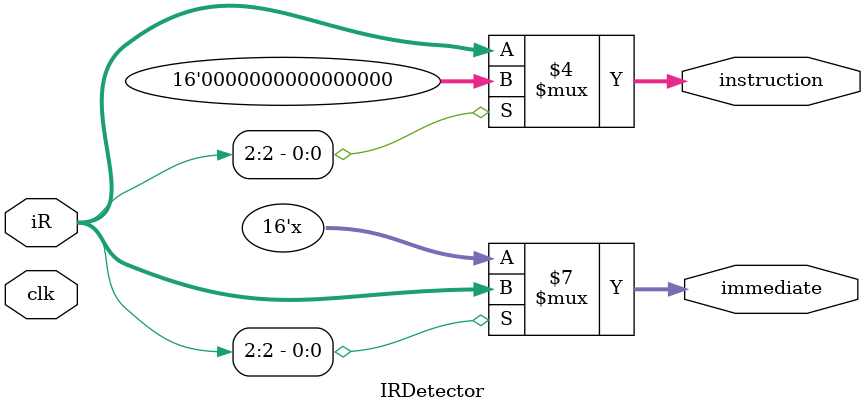
<source format=v>
/*
Module name   : Instruction Register Detector
Author	      : Ziad Sherif
Functionality : A block in which we detect we choose 1st 16-bit and go on ,, or wait to next 16-bit to fetch whole 32-bit (immediate)
*/

module IRDetector (
    input [15:0] iR,
    input clk,
    output reg [15:0] instruction,
    immediate
);

  always @(*) begin
    if (iR[2] == 1'b1) begin
      immediate   = iR;
      instruction = 0;
    end else instruction = iR;

  end




endmodule

</source>
